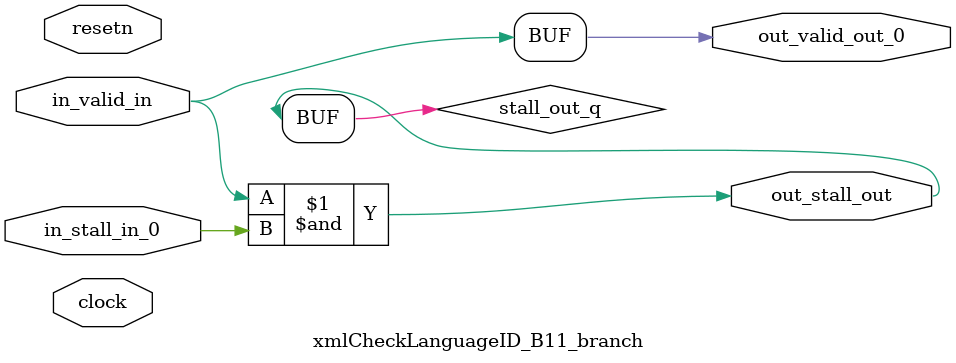
<source format=sv>



(* altera_attribute = "-name AUTO_SHIFT_REGISTER_RECOGNITION OFF; -name MESSAGE_DISABLE 10036; -name MESSAGE_DISABLE 10037; -name MESSAGE_DISABLE 14130; -name MESSAGE_DISABLE 14320; -name MESSAGE_DISABLE 15400; -name MESSAGE_DISABLE 14130; -name MESSAGE_DISABLE 10036; -name MESSAGE_DISABLE 12020; -name MESSAGE_DISABLE 12030; -name MESSAGE_DISABLE 12010; -name MESSAGE_DISABLE 12110; -name MESSAGE_DISABLE 14320; -name MESSAGE_DISABLE 13410; -name MESSAGE_DISABLE 113007; -name MESSAGE_DISABLE 10958" *)
module xmlCheckLanguageID_B11_branch (
    input wire [0:0] in_stall_in_0,
    input wire [0:0] in_valid_in,
    output wire [0:0] out_stall_out,
    output wire [0:0] out_valid_out_0,
    input wire clock,
    input wire resetn
    );

    wire [0:0] stall_out_q;


    // stall_out(LOGICAL,6)
    assign stall_out_q = in_valid_in & in_stall_in_0;

    // out_stall_out(GPOUT,4)
    assign out_stall_out = stall_out_q;

    // out_valid_out_0(GPOUT,5)
    assign out_valid_out_0 = in_valid_in;

endmodule

</source>
